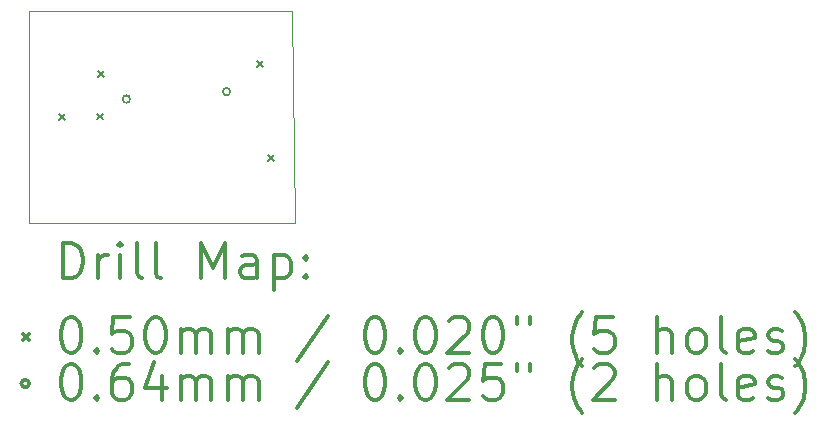
<source format=gbr>
%FSLAX45Y45*%
G04 Gerber Fmt 4.5, Leading zero omitted, Abs format (unit mm)*
G04 Created by KiCad (PCBNEW 5.0.2-bee76a0~70~ubuntu18.04.1) date Sat 23 Nov 2019 09:42:46 AM PST*
%MOMM*%
%LPD*%
G01*
G04 APERTURE LIST*
%ADD10C,0.050000*%
%ADD11C,0.200000*%
%ADD12C,0.300000*%
G04 APERTURE END LIST*
D10*
X9825000Y-7525000D02*
X7600000Y-7525000D01*
X9850000Y-9325000D02*
X9825000Y-7525000D01*
X7600000Y-9325000D02*
X9850000Y-9325000D01*
X7600000Y-7525000D02*
X7600000Y-9325000D01*
D11*
X7850000Y-8400000D02*
X7900000Y-8450000D01*
X7900000Y-8400000D02*
X7850000Y-8450000D01*
X8186180Y-8038780D02*
X8236180Y-8088780D01*
X8236180Y-8038780D02*
X8186180Y-8088780D01*
X9625000Y-8750000D02*
X9675000Y-8800000D01*
X9675000Y-8750000D02*
X9625000Y-8800000D01*
X9525000Y-7950000D02*
X9575000Y-8000000D01*
X9575000Y-7950000D02*
X9525000Y-8000000D01*
X8173480Y-8396920D02*
X8223480Y-8446920D01*
X8223480Y-8396920D02*
X8173480Y-8446920D01*
X8453750Y-8274600D02*
G75*
G03X8453750Y-8274600I-31750J0D01*
G01*
X9302110Y-8211100D02*
G75*
G03X9302110Y-8211100I-31750J0D01*
G01*
D12*
X7883928Y-9793214D02*
X7883928Y-9493214D01*
X7955357Y-9493214D01*
X7998214Y-9507500D01*
X8026786Y-9536072D01*
X8041071Y-9564643D01*
X8055357Y-9621786D01*
X8055357Y-9664643D01*
X8041071Y-9721786D01*
X8026786Y-9750357D01*
X7998214Y-9778929D01*
X7955357Y-9793214D01*
X7883928Y-9793214D01*
X8183928Y-9793214D02*
X8183928Y-9593214D01*
X8183928Y-9650357D02*
X8198214Y-9621786D01*
X8212500Y-9607500D01*
X8241071Y-9593214D01*
X8269643Y-9593214D01*
X8369643Y-9793214D02*
X8369643Y-9593214D01*
X8369643Y-9493214D02*
X8355357Y-9507500D01*
X8369643Y-9521786D01*
X8383928Y-9507500D01*
X8369643Y-9493214D01*
X8369643Y-9521786D01*
X8555357Y-9793214D02*
X8526786Y-9778929D01*
X8512500Y-9750357D01*
X8512500Y-9493214D01*
X8712500Y-9793214D02*
X8683928Y-9778929D01*
X8669643Y-9750357D01*
X8669643Y-9493214D01*
X9055357Y-9793214D02*
X9055357Y-9493214D01*
X9155357Y-9707500D01*
X9255357Y-9493214D01*
X9255357Y-9793214D01*
X9526786Y-9793214D02*
X9526786Y-9636072D01*
X9512500Y-9607500D01*
X9483928Y-9593214D01*
X9426786Y-9593214D01*
X9398214Y-9607500D01*
X9526786Y-9778929D02*
X9498214Y-9793214D01*
X9426786Y-9793214D01*
X9398214Y-9778929D01*
X9383928Y-9750357D01*
X9383928Y-9721786D01*
X9398214Y-9693214D01*
X9426786Y-9678929D01*
X9498214Y-9678929D01*
X9526786Y-9664643D01*
X9669643Y-9593214D02*
X9669643Y-9893214D01*
X9669643Y-9607500D02*
X9698214Y-9593214D01*
X9755357Y-9593214D01*
X9783928Y-9607500D01*
X9798214Y-9621786D01*
X9812500Y-9650357D01*
X9812500Y-9736072D01*
X9798214Y-9764643D01*
X9783928Y-9778929D01*
X9755357Y-9793214D01*
X9698214Y-9793214D01*
X9669643Y-9778929D01*
X9941071Y-9764643D02*
X9955357Y-9778929D01*
X9941071Y-9793214D01*
X9926786Y-9778929D01*
X9941071Y-9764643D01*
X9941071Y-9793214D01*
X9941071Y-9607500D02*
X9955357Y-9621786D01*
X9941071Y-9636072D01*
X9926786Y-9621786D01*
X9941071Y-9607500D01*
X9941071Y-9636072D01*
X7547500Y-10262500D02*
X7597500Y-10312500D01*
X7597500Y-10262500D02*
X7547500Y-10312500D01*
X7941071Y-10123214D02*
X7969643Y-10123214D01*
X7998214Y-10137500D01*
X8012500Y-10151786D01*
X8026786Y-10180357D01*
X8041071Y-10237500D01*
X8041071Y-10308929D01*
X8026786Y-10366072D01*
X8012500Y-10394643D01*
X7998214Y-10408929D01*
X7969643Y-10423214D01*
X7941071Y-10423214D01*
X7912500Y-10408929D01*
X7898214Y-10394643D01*
X7883928Y-10366072D01*
X7869643Y-10308929D01*
X7869643Y-10237500D01*
X7883928Y-10180357D01*
X7898214Y-10151786D01*
X7912500Y-10137500D01*
X7941071Y-10123214D01*
X8169643Y-10394643D02*
X8183928Y-10408929D01*
X8169643Y-10423214D01*
X8155357Y-10408929D01*
X8169643Y-10394643D01*
X8169643Y-10423214D01*
X8455357Y-10123214D02*
X8312500Y-10123214D01*
X8298214Y-10266072D01*
X8312500Y-10251786D01*
X8341071Y-10237500D01*
X8412500Y-10237500D01*
X8441071Y-10251786D01*
X8455357Y-10266072D01*
X8469643Y-10294643D01*
X8469643Y-10366072D01*
X8455357Y-10394643D01*
X8441071Y-10408929D01*
X8412500Y-10423214D01*
X8341071Y-10423214D01*
X8312500Y-10408929D01*
X8298214Y-10394643D01*
X8655357Y-10123214D02*
X8683928Y-10123214D01*
X8712500Y-10137500D01*
X8726786Y-10151786D01*
X8741071Y-10180357D01*
X8755357Y-10237500D01*
X8755357Y-10308929D01*
X8741071Y-10366072D01*
X8726786Y-10394643D01*
X8712500Y-10408929D01*
X8683928Y-10423214D01*
X8655357Y-10423214D01*
X8626786Y-10408929D01*
X8612500Y-10394643D01*
X8598214Y-10366072D01*
X8583928Y-10308929D01*
X8583928Y-10237500D01*
X8598214Y-10180357D01*
X8612500Y-10151786D01*
X8626786Y-10137500D01*
X8655357Y-10123214D01*
X8883928Y-10423214D02*
X8883928Y-10223214D01*
X8883928Y-10251786D02*
X8898214Y-10237500D01*
X8926786Y-10223214D01*
X8969643Y-10223214D01*
X8998214Y-10237500D01*
X9012500Y-10266072D01*
X9012500Y-10423214D01*
X9012500Y-10266072D02*
X9026786Y-10237500D01*
X9055357Y-10223214D01*
X9098214Y-10223214D01*
X9126786Y-10237500D01*
X9141071Y-10266072D01*
X9141071Y-10423214D01*
X9283928Y-10423214D02*
X9283928Y-10223214D01*
X9283928Y-10251786D02*
X9298214Y-10237500D01*
X9326786Y-10223214D01*
X9369643Y-10223214D01*
X9398214Y-10237500D01*
X9412500Y-10266072D01*
X9412500Y-10423214D01*
X9412500Y-10266072D02*
X9426786Y-10237500D01*
X9455357Y-10223214D01*
X9498214Y-10223214D01*
X9526786Y-10237500D01*
X9541071Y-10266072D01*
X9541071Y-10423214D01*
X10126786Y-10108929D02*
X9869643Y-10494643D01*
X10512500Y-10123214D02*
X10541071Y-10123214D01*
X10569643Y-10137500D01*
X10583928Y-10151786D01*
X10598214Y-10180357D01*
X10612500Y-10237500D01*
X10612500Y-10308929D01*
X10598214Y-10366072D01*
X10583928Y-10394643D01*
X10569643Y-10408929D01*
X10541071Y-10423214D01*
X10512500Y-10423214D01*
X10483928Y-10408929D01*
X10469643Y-10394643D01*
X10455357Y-10366072D01*
X10441071Y-10308929D01*
X10441071Y-10237500D01*
X10455357Y-10180357D01*
X10469643Y-10151786D01*
X10483928Y-10137500D01*
X10512500Y-10123214D01*
X10741071Y-10394643D02*
X10755357Y-10408929D01*
X10741071Y-10423214D01*
X10726786Y-10408929D01*
X10741071Y-10394643D01*
X10741071Y-10423214D01*
X10941071Y-10123214D02*
X10969643Y-10123214D01*
X10998214Y-10137500D01*
X11012500Y-10151786D01*
X11026786Y-10180357D01*
X11041071Y-10237500D01*
X11041071Y-10308929D01*
X11026786Y-10366072D01*
X11012500Y-10394643D01*
X10998214Y-10408929D01*
X10969643Y-10423214D01*
X10941071Y-10423214D01*
X10912500Y-10408929D01*
X10898214Y-10394643D01*
X10883928Y-10366072D01*
X10869643Y-10308929D01*
X10869643Y-10237500D01*
X10883928Y-10180357D01*
X10898214Y-10151786D01*
X10912500Y-10137500D01*
X10941071Y-10123214D01*
X11155357Y-10151786D02*
X11169643Y-10137500D01*
X11198214Y-10123214D01*
X11269643Y-10123214D01*
X11298214Y-10137500D01*
X11312500Y-10151786D01*
X11326786Y-10180357D01*
X11326786Y-10208929D01*
X11312500Y-10251786D01*
X11141071Y-10423214D01*
X11326786Y-10423214D01*
X11512500Y-10123214D02*
X11541071Y-10123214D01*
X11569643Y-10137500D01*
X11583928Y-10151786D01*
X11598214Y-10180357D01*
X11612500Y-10237500D01*
X11612500Y-10308929D01*
X11598214Y-10366072D01*
X11583928Y-10394643D01*
X11569643Y-10408929D01*
X11541071Y-10423214D01*
X11512500Y-10423214D01*
X11483928Y-10408929D01*
X11469643Y-10394643D01*
X11455357Y-10366072D01*
X11441071Y-10308929D01*
X11441071Y-10237500D01*
X11455357Y-10180357D01*
X11469643Y-10151786D01*
X11483928Y-10137500D01*
X11512500Y-10123214D01*
X11726786Y-10123214D02*
X11726786Y-10180357D01*
X11841071Y-10123214D02*
X11841071Y-10180357D01*
X12283928Y-10537500D02*
X12269643Y-10523214D01*
X12241071Y-10480357D01*
X12226786Y-10451786D01*
X12212500Y-10408929D01*
X12198214Y-10337500D01*
X12198214Y-10280357D01*
X12212500Y-10208929D01*
X12226786Y-10166072D01*
X12241071Y-10137500D01*
X12269643Y-10094643D01*
X12283928Y-10080357D01*
X12541071Y-10123214D02*
X12398214Y-10123214D01*
X12383928Y-10266072D01*
X12398214Y-10251786D01*
X12426786Y-10237500D01*
X12498214Y-10237500D01*
X12526786Y-10251786D01*
X12541071Y-10266072D01*
X12555357Y-10294643D01*
X12555357Y-10366072D01*
X12541071Y-10394643D01*
X12526786Y-10408929D01*
X12498214Y-10423214D01*
X12426786Y-10423214D01*
X12398214Y-10408929D01*
X12383928Y-10394643D01*
X12912500Y-10423214D02*
X12912500Y-10123214D01*
X13041071Y-10423214D02*
X13041071Y-10266072D01*
X13026786Y-10237500D01*
X12998214Y-10223214D01*
X12955357Y-10223214D01*
X12926786Y-10237500D01*
X12912500Y-10251786D01*
X13226786Y-10423214D02*
X13198214Y-10408929D01*
X13183928Y-10394643D01*
X13169643Y-10366072D01*
X13169643Y-10280357D01*
X13183928Y-10251786D01*
X13198214Y-10237500D01*
X13226786Y-10223214D01*
X13269643Y-10223214D01*
X13298214Y-10237500D01*
X13312500Y-10251786D01*
X13326786Y-10280357D01*
X13326786Y-10366072D01*
X13312500Y-10394643D01*
X13298214Y-10408929D01*
X13269643Y-10423214D01*
X13226786Y-10423214D01*
X13498214Y-10423214D02*
X13469643Y-10408929D01*
X13455357Y-10380357D01*
X13455357Y-10123214D01*
X13726786Y-10408929D02*
X13698214Y-10423214D01*
X13641071Y-10423214D01*
X13612500Y-10408929D01*
X13598214Y-10380357D01*
X13598214Y-10266072D01*
X13612500Y-10237500D01*
X13641071Y-10223214D01*
X13698214Y-10223214D01*
X13726786Y-10237500D01*
X13741071Y-10266072D01*
X13741071Y-10294643D01*
X13598214Y-10323214D01*
X13855357Y-10408929D02*
X13883928Y-10423214D01*
X13941071Y-10423214D01*
X13969643Y-10408929D01*
X13983928Y-10380357D01*
X13983928Y-10366072D01*
X13969643Y-10337500D01*
X13941071Y-10323214D01*
X13898214Y-10323214D01*
X13869643Y-10308929D01*
X13855357Y-10280357D01*
X13855357Y-10266072D01*
X13869643Y-10237500D01*
X13898214Y-10223214D01*
X13941071Y-10223214D01*
X13969643Y-10237500D01*
X14083928Y-10537500D02*
X14098214Y-10523214D01*
X14126786Y-10480357D01*
X14141071Y-10451786D01*
X14155357Y-10408929D01*
X14169643Y-10337500D01*
X14169643Y-10280357D01*
X14155357Y-10208929D01*
X14141071Y-10166072D01*
X14126786Y-10137500D01*
X14098214Y-10094643D01*
X14083928Y-10080357D01*
X7597500Y-10683500D02*
G75*
G03X7597500Y-10683500I-31750J0D01*
G01*
X7941071Y-10519214D02*
X7969643Y-10519214D01*
X7998214Y-10533500D01*
X8012500Y-10547786D01*
X8026786Y-10576357D01*
X8041071Y-10633500D01*
X8041071Y-10704929D01*
X8026786Y-10762072D01*
X8012500Y-10790643D01*
X7998214Y-10804929D01*
X7969643Y-10819214D01*
X7941071Y-10819214D01*
X7912500Y-10804929D01*
X7898214Y-10790643D01*
X7883928Y-10762072D01*
X7869643Y-10704929D01*
X7869643Y-10633500D01*
X7883928Y-10576357D01*
X7898214Y-10547786D01*
X7912500Y-10533500D01*
X7941071Y-10519214D01*
X8169643Y-10790643D02*
X8183928Y-10804929D01*
X8169643Y-10819214D01*
X8155357Y-10804929D01*
X8169643Y-10790643D01*
X8169643Y-10819214D01*
X8441071Y-10519214D02*
X8383928Y-10519214D01*
X8355357Y-10533500D01*
X8341071Y-10547786D01*
X8312500Y-10590643D01*
X8298214Y-10647786D01*
X8298214Y-10762072D01*
X8312500Y-10790643D01*
X8326786Y-10804929D01*
X8355357Y-10819214D01*
X8412500Y-10819214D01*
X8441071Y-10804929D01*
X8455357Y-10790643D01*
X8469643Y-10762072D01*
X8469643Y-10690643D01*
X8455357Y-10662072D01*
X8441071Y-10647786D01*
X8412500Y-10633500D01*
X8355357Y-10633500D01*
X8326786Y-10647786D01*
X8312500Y-10662072D01*
X8298214Y-10690643D01*
X8726786Y-10619214D02*
X8726786Y-10819214D01*
X8655357Y-10504929D02*
X8583928Y-10719214D01*
X8769643Y-10719214D01*
X8883928Y-10819214D02*
X8883928Y-10619214D01*
X8883928Y-10647786D02*
X8898214Y-10633500D01*
X8926786Y-10619214D01*
X8969643Y-10619214D01*
X8998214Y-10633500D01*
X9012500Y-10662072D01*
X9012500Y-10819214D01*
X9012500Y-10662072D02*
X9026786Y-10633500D01*
X9055357Y-10619214D01*
X9098214Y-10619214D01*
X9126786Y-10633500D01*
X9141071Y-10662072D01*
X9141071Y-10819214D01*
X9283928Y-10819214D02*
X9283928Y-10619214D01*
X9283928Y-10647786D02*
X9298214Y-10633500D01*
X9326786Y-10619214D01*
X9369643Y-10619214D01*
X9398214Y-10633500D01*
X9412500Y-10662072D01*
X9412500Y-10819214D01*
X9412500Y-10662072D02*
X9426786Y-10633500D01*
X9455357Y-10619214D01*
X9498214Y-10619214D01*
X9526786Y-10633500D01*
X9541071Y-10662072D01*
X9541071Y-10819214D01*
X10126786Y-10504929D02*
X9869643Y-10890643D01*
X10512500Y-10519214D02*
X10541071Y-10519214D01*
X10569643Y-10533500D01*
X10583928Y-10547786D01*
X10598214Y-10576357D01*
X10612500Y-10633500D01*
X10612500Y-10704929D01*
X10598214Y-10762072D01*
X10583928Y-10790643D01*
X10569643Y-10804929D01*
X10541071Y-10819214D01*
X10512500Y-10819214D01*
X10483928Y-10804929D01*
X10469643Y-10790643D01*
X10455357Y-10762072D01*
X10441071Y-10704929D01*
X10441071Y-10633500D01*
X10455357Y-10576357D01*
X10469643Y-10547786D01*
X10483928Y-10533500D01*
X10512500Y-10519214D01*
X10741071Y-10790643D02*
X10755357Y-10804929D01*
X10741071Y-10819214D01*
X10726786Y-10804929D01*
X10741071Y-10790643D01*
X10741071Y-10819214D01*
X10941071Y-10519214D02*
X10969643Y-10519214D01*
X10998214Y-10533500D01*
X11012500Y-10547786D01*
X11026786Y-10576357D01*
X11041071Y-10633500D01*
X11041071Y-10704929D01*
X11026786Y-10762072D01*
X11012500Y-10790643D01*
X10998214Y-10804929D01*
X10969643Y-10819214D01*
X10941071Y-10819214D01*
X10912500Y-10804929D01*
X10898214Y-10790643D01*
X10883928Y-10762072D01*
X10869643Y-10704929D01*
X10869643Y-10633500D01*
X10883928Y-10576357D01*
X10898214Y-10547786D01*
X10912500Y-10533500D01*
X10941071Y-10519214D01*
X11155357Y-10547786D02*
X11169643Y-10533500D01*
X11198214Y-10519214D01*
X11269643Y-10519214D01*
X11298214Y-10533500D01*
X11312500Y-10547786D01*
X11326786Y-10576357D01*
X11326786Y-10604929D01*
X11312500Y-10647786D01*
X11141071Y-10819214D01*
X11326786Y-10819214D01*
X11598214Y-10519214D02*
X11455357Y-10519214D01*
X11441071Y-10662072D01*
X11455357Y-10647786D01*
X11483928Y-10633500D01*
X11555357Y-10633500D01*
X11583928Y-10647786D01*
X11598214Y-10662072D01*
X11612500Y-10690643D01*
X11612500Y-10762072D01*
X11598214Y-10790643D01*
X11583928Y-10804929D01*
X11555357Y-10819214D01*
X11483928Y-10819214D01*
X11455357Y-10804929D01*
X11441071Y-10790643D01*
X11726786Y-10519214D02*
X11726786Y-10576357D01*
X11841071Y-10519214D02*
X11841071Y-10576357D01*
X12283928Y-10933500D02*
X12269643Y-10919214D01*
X12241071Y-10876357D01*
X12226786Y-10847786D01*
X12212500Y-10804929D01*
X12198214Y-10733500D01*
X12198214Y-10676357D01*
X12212500Y-10604929D01*
X12226786Y-10562072D01*
X12241071Y-10533500D01*
X12269643Y-10490643D01*
X12283928Y-10476357D01*
X12383928Y-10547786D02*
X12398214Y-10533500D01*
X12426786Y-10519214D01*
X12498214Y-10519214D01*
X12526786Y-10533500D01*
X12541071Y-10547786D01*
X12555357Y-10576357D01*
X12555357Y-10604929D01*
X12541071Y-10647786D01*
X12369643Y-10819214D01*
X12555357Y-10819214D01*
X12912500Y-10819214D02*
X12912500Y-10519214D01*
X13041071Y-10819214D02*
X13041071Y-10662072D01*
X13026786Y-10633500D01*
X12998214Y-10619214D01*
X12955357Y-10619214D01*
X12926786Y-10633500D01*
X12912500Y-10647786D01*
X13226786Y-10819214D02*
X13198214Y-10804929D01*
X13183928Y-10790643D01*
X13169643Y-10762072D01*
X13169643Y-10676357D01*
X13183928Y-10647786D01*
X13198214Y-10633500D01*
X13226786Y-10619214D01*
X13269643Y-10619214D01*
X13298214Y-10633500D01*
X13312500Y-10647786D01*
X13326786Y-10676357D01*
X13326786Y-10762072D01*
X13312500Y-10790643D01*
X13298214Y-10804929D01*
X13269643Y-10819214D01*
X13226786Y-10819214D01*
X13498214Y-10819214D02*
X13469643Y-10804929D01*
X13455357Y-10776357D01*
X13455357Y-10519214D01*
X13726786Y-10804929D02*
X13698214Y-10819214D01*
X13641071Y-10819214D01*
X13612500Y-10804929D01*
X13598214Y-10776357D01*
X13598214Y-10662072D01*
X13612500Y-10633500D01*
X13641071Y-10619214D01*
X13698214Y-10619214D01*
X13726786Y-10633500D01*
X13741071Y-10662072D01*
X13741071Y-10690643D01*
X13598214Y-10719214D01*
X13855357Y-10804929D02*
X13883928Y-10819214D01*
X13941071Y-10819214D01*
X13969643Y-10804929D01*
X13983928Y-10776357D01*
X13983928Y-10762072D01*
X13969643Y-10733500D01*
X13941071Y-10719214D01*
X13898214Y-10719214D01*
X13869643Y-10704929D01*
X13855357Y-10676357D01*
X13855357Y-10662072D01*
X13869643Y-10633500D01*
X13898214Y-10619214D01*
X13941071Y-10619214D01*
X13969643Y-10633500D01*
X14083928Y-10933500D02*
X14098214Y-10919214D01*
X14126786Y-10876357D01*
X14141071Y-10847786D01*
X14155357Y-10804929D01*
X14169643Y-10733500D01*
X14169643Y-10676357D01*
X14155357Y-10604929D01*
X14141071Y-10562072D01*
X14126786Y-10533500D01*
X14098214Y-10490643D01*
X14083928Y-10476357D01*
M02*

</source>
